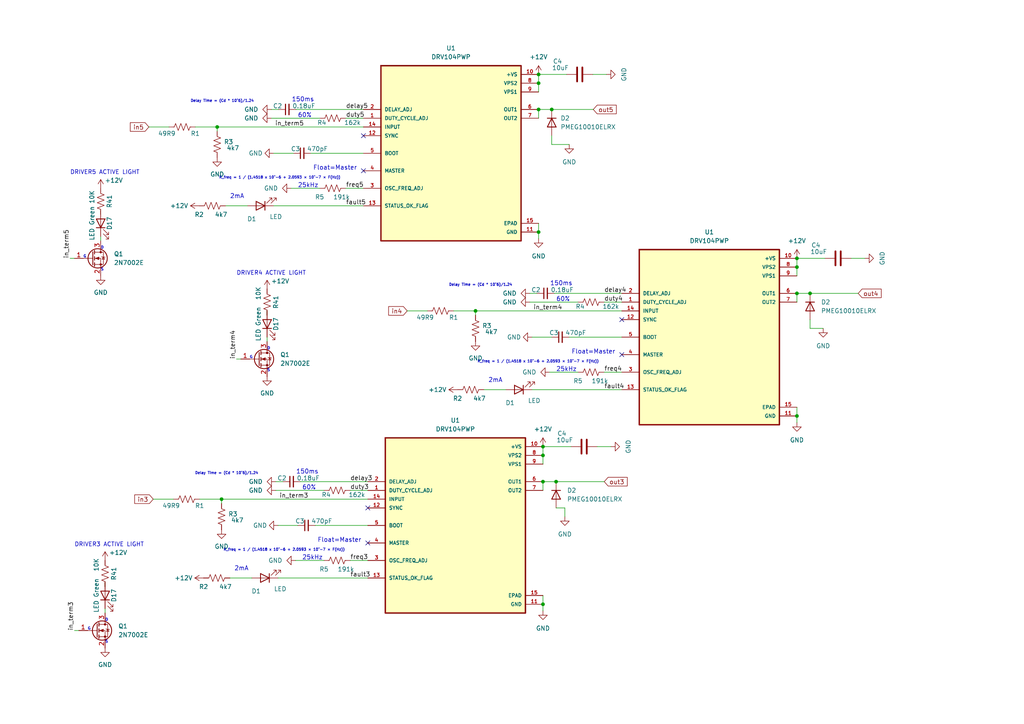
<source format=kicad_sch>
(kicad_sch (version 20230121) (generator eeschema)
  (paper "A4")
  (title_block (title "8 Channel PWM Solenoid Driver") (date "2023-08-16") (rev "1.0") (company "Boston University"))
  (lib_symbols
    (symbol "DRV104PWP:DRV104PWP" (pin_names (offset 1.016))
      (property "Reference" "U" (at -20.32 26.4 0))
      (property "Value" "DRV104PWP" (at -20.32 -29.4 0))
      (symbol "DRV104PWP_0_0"
        (rectangle (start -20.32 -25.4) (end 20.32 25.4) (stroke (width 0.41)) (fill (type background)))
        (pin input line (at -25.4 10.16 0) (length 5.08) (name "DUTY_CYCLE_ADJ") (number "1"))
        (pin power_in line (at 25.4 22.86 180) (length 5.08) (name "+VS") (number "10"))
        (pin power_in line (at 25.4 -22.86 180) (length 5.08) (name "GND") (number "11"))
        (pin input line (at -25.4 5.08 0) (length 5.08) (name "SYNC") (number "12"))
        (pin bidirectional line (at -25.4 -15.24 0) (length 5.08) (name "STATUS_OK_FLAG") (number "13"))
        (pin input line (at -25.4 7.62 0) (length 5.08) (name "INPUT") (number "14"))
        (pin power_in line (at 25.4 -20.32 180) (length 5.08) (name "EPAD") (number "15"))
        (pin input line (at -25.4 12.7 0) (length 5.08) (name "DELAY_ADJ") (number "2"))
        (pin bidirectional line (at -25.4 -10.16 0) (length 5.08) (name "OSC_FREQ_ADJ") (number "3"))
        (pin bidirectional line (at -25.4 -5.08 0) (length 5.08) (name "MASTER") (number "4"))
        (pin bidirectional line (at -25.4 0 0) (length 5.08) (name "BOOT") (number "5"))
        (pin output line (at 25.4 12.7 180) (length 5.08) (name "OUT1") (number "6"))
        (pin output line (at 25.4 10.16 180) (length 5.08) (name "OUT2") (number "7"))
        (pin power_in line (at 25.4 20.32 180) (length 5.08) (name "VPS2") (number "8"))
        (pin power_in line (at 25.4 17.78 180) (length 5.08) (name "VPS1") (number "9"))
      )
    )
    (symbol "Device:C" (pin_numbers hide) (pin_names (offset 0.254))
      (property "Reference" "C" (at 0.635 2.54 0))
      (property "Value" "C" (at 0.635 -2.54 0))
      (symbol "C_0_1"
        (polyline (pts (xy -2.032 -0.762) (xy 2.032 -0.762)) (stroke (width 0.508)))
        (polyline (pts (xy -2.032 0.762) (xy 2.032 0.762)) (stroke (width 0.508)))
      )
      (symbol "C_1_1"
        (pin passive line (at 0 3.81 270) (length 2.794) (name "~") (number "1"))
        (pin passive line (at 0 -3.81 90) (length 2.794) (name "~") (number "2"))
      )
    )
    (symbol "Device:C_Small" (pin_numbers hide) (pin_names (offset 0.254) hide)
      (property "Reference" "C" (at 0.254 1.778 0))
      (property "Value" "C_Small" (at 0.254 -2.032 0))
      (symbol "C_Small_0_1"
        (polyline (pts (xy -1.524 -0.508) (xy 1.524 -0.508)) (stroke (width 0.3302)))
        (polyline (pts (xy -1.524 0.508) (xy 1.524 0.508)) (stroke (width 0.3048)))
      )
      (symbol "C_Small_1_1"
        (pin passive line (at 0 2.54 270) (length 2.032) (name "~") (number "1"))
        (pin passive line (at 0 -2.54 90) (length 2.032) (name "~") (number "2"))
      )
    )
    (symbol "Device:D" (pin_numbers hide) (pin_names (offset 1.016) hide)
      (property "Reference" "D" (at 0 2.54 0))
      (property "Value" "D" (at 0 -2.54 0))
      (symbol "D_0_1"
        (polyline (pts (xy -1.27 1.27) (xy -1.27 -1.27)) (stroke (width 0.254)))
        (polyline (pts (xy 1.27 0) (xy -1.27 0)))
        (polyline (pts (xy 1.27 1.27) (xy 1.27 -1.27) (xy -1.27 0) (xy 1.27 1.27)) (stroke (width 0.254)))
      )
      (symbol "D_1_1"
        (pin passive line (at -3.81 0 0) (length 2.54) (name "K") (number "1"))
        (pin passive line (at 3.81 0 180) (length 2.54) (name "A") (number "2"))
      )
    )
    (symbol "Device:LED" (pin_numbers hide) (pin_names (offset 1.016) hide)
      (property "Reference" "D" (at 0 2.54 0))
      (property "Value" "LED" (at 0 -2.54 0))
      (symbol "LED_0_1"
        (polyline (pts (xy -1.27 -1.27) (xy -1.27 1.27)) (stroke (width 0.254)))
        (polyline (pts (xy -1.27 0) (xy 1.27 0)))
        (polyline (pts (xy 1.27 -1.27) (xy 1.27 1.27) (xy -1.27 0) (xy 1.27 -1.27)) (stroke (width 0.254)))
        (polyline (pts (xy -3.048 -0.762) (xy -4.572 -2.286) (xy -3.81 -2.286) (xy -4.572 -2.286) (xy -4.572 -1.524)))
        (polyline (pts (xy -1.778 -0.762) (xy -3.302 -2.286) (xy -2.54 -2.286) (xy -3.302 -2.286) (xy -3.302 -1.524)))
      )
      (symbol "LED_1_1"
        (pin passive line (at -3.81 0 0) (length 2.54) (name "K") (number "1"))
        (pin passive line (at 3.81 0 180) (length 2.54) (name "A") (number "2"))
      )
    )
    (symbol "Device:R_US" (pin_numbers hide) (pin_names (offset 0))
      (property "Reference" "R" (at 2.54 0 90))
      (property "Value" "R_US" (at -2.54 0 90))
      (symbol "R_US_0_1"
        (polyline (pts (xy 0 -2.286) (xy 0 -2.54)))
        (polyline (pts (xy 0 2.286) (xy 0 2.54)))
        (polyline (pts (xy 0 -0.762) (xy 1.016 -1.143) (xy 0 -1.524) (xy -1.016 -1.905) (xy 0 -2.286)))
        (polyline (pts (xy 0 0.762) (xy 1.016 0.381) (xy 0 0) (xy -1.016 -0.381) (xy 0 -0.762)))
        (polyline (pts (xy 0 2.286) (xy 1.016 1.905) (xy 0 1.524) (xy -1.016 1.143) (xy 0 0.762)))
      )
      (symbol "R_US_1_1"
        (pin passive line (at 0 3.81 270) (length 1.27) (name "~") (number "1"))
        (pin passive line (at 0 -3.81 90) (length 1.27) (name "~") (number "2"))
      )
    )
    (symbol "Transistor_FET:2N7002E" (pin_names hide)
      (property "Reference" "Q" (at 5.08 1.905 0))
      (property "Value" "2N7002E" (at 5.08 0 0))
      (symbol "2N7002E_0_1"
        (polyline (pts (xy 0.254 0) (xy -2.54 0)))
        (polyline (pts (xy 0.254 1.905) (xy 0.254 -1.905)) (stroke (width 0.254)))
        (polyline (pts (xy 0.762 -1.27) (xy 0.762 -2.286)) (stroke (width 0.254)))
        (polyline (pts (xy 0.762 0.508) (xy 0.762 -0.508)) (stroke (width 0.254)))
        (polyline (pts (xy 0.762 2.286) (xy 0.762 1.27)) (stroke (width 0.254)))
        (polyline (pts (xy 2.54 2.54) (xy 2.54 1.778)))
        (polyline (pts (xy 2.54 -2.54) (xy 2.54 0) (xy 0.762 0)))
        (polyline (pts (xy 0.762 -1.778) (xy 3.302 -1.778) (xy 3.302 1.778) (xy 0.762 1.778)))
        (polyline (pts (xy 1.016 0) (xy 2.032 0.381) (xy 2.032 -0.381) (xy 1.016 0)) (fill (type outline)))
        (polyline (pts (xy 2.794 0.508) (xy 2.921 0.381) (xy 3.683 0.381) (xy 3.81 0.254)))
        (polyline (pts (xy 3.302 0.381) (xy 2.921 -0.254) (xy 3.683 -0.254) (xy 3.302 0.381)))
        (circle (center 1.651 0) (radius 2.794) (stroke (width 0.254)))
        (circle (center 2.54 -1.778) (radius 0.254) (fill (type outline)))
        (circle (center 2.54 1.778) (radius 0.254) (fill (type outline)))
      )
      (symbol "2N7002E_1_1"
        (pin input line (at -5.08 0 0) (length 2.54) (name "G") (number "1"))
        (pin passive line (at 2.54 -5.08 90) (length 2.54) (name "S") (number "2"))
        (pin passive line (at 2.54 5.08 270) (length 2.54) (name "D") (number "3"))
      )
    )
    (symbol "power:+12V" (power) (pin_names (offset 0))
      (property "Value" "+12V" (at 0 3.556 0))
      (symbol "+12V_0_1"
        (polyline (pts (xy -0.762 1.27) (xy 0 2.54)))
        (polyline (pts (xy 0 0) (xy 0 2.54)))
        (polyline (pts (xy 0 2.54) (xy 0.762 1.27)))
      )
      (symbol "+12V_1_1"
        (pin power_in line (at 0 0 90) (length 0) hide (name "+12V") (number "1"))
      )
    )
    (symbol "power:GND" (power) (pin_names (offset 0))
      (property "Value" "GND" (at 0 -3.81 0))
      (symbol "GND_0_1"
        (polyline (pts (xy 0 0) (xy 0 -1.27) (xy 1.27 -1.27) (xy 0 -2.54) (xy -1.27 -1.27) (xy 0 -1.27)))
      )
      (symbol "GND_1_1"
        (pin power_in line (at 0 0 270) (length 0) hide (name "GND") (number "1"))
      )
    )
  )
  (junction (at 231.14 74.93))
  (junction (at 160.02 31.75))
  (junction (at 156.21 24.13))
  (junction (at 156.21 67.31))
  (junction (at 157.48 175.26))
  (junction (at 62.992 36.83))
  (junction (at 234.95 85.09))
  (junction (at 231.14 120.65))
  (junction (at 157.48 139.7))
  (junction (at 137.922 90.17))
  (junction (at 157.48 129.54))
  (junction (at 156.21 21.59))
  (junction (at 161.29 139.7))
  (junction (at 231.14 77.47))
  (junction (at 157.48 132.08))
  (junction (at 156.21 31.75))
  (junction (at 64.262 144.78))
  (junction (at 231.14 85.09))
  (no_connect (at 180.34 92.71))
  (no_connect (at 180.34 102.87))
  (no_connect (at 105.41 39.37))
  (no_connect (at 106.68 147.32))
  (no_connect (at 106.68 157.48))
  (no_connect (at 105.41 49.53))
  (wire (pts (xy 231.14 85.09) (xy 231.14 87.63)))
  (wire (pts (xy 85.852 31.75) (xy 105.41 31.75)))
  (wire (pts (xy 157.48 139.7) (xy 161.29 139.7)))
  (wire (pts (xy 64.262 144.78) (xy 64.262 146.05)))
  (wire (pts (xy 160.782 85.09) (xy 180.34 85.09)))
  (wire (pts (xy 157.48 139.7) (xy 157.48 142.24)))
  (wire (pts (xy 85.725 162.56) (xy 93.98 162.56)))
  (wire (pts (xy 157.48 129.54) (xy 157.48 132.08)))
  (wire (pts (xy 80.772 31.75) (xy 78.74 31.75)))
  (wire (pts (xy 85.09 44.45) (xy 79.375 44.45)))
  (wire (pts (xy 164.338 21.59) (xy 156.21 21.59)))
  (wire (pts (xy 156.21 21.59) (xy 156.21 24.13)))
  (wire (pts (xy 175.26 107.95) (xy 180.34 107.95)))
  (wire (pts (xy 231.14 85.09) (xy 234.95 85.09)))
  (wire (pts (xy 118.11 90.17) (xy 123.952 90.17)))
  (wire (pts (xy 165.608 129.54) (xy 157.48 129.54)))
  (wire (pts (xy 231.14 74.93) (xy 231.14 77.47)))
  (wire (pts (xy 87.122 139.7) (xy 106.68 139.7)))
  (wire (pts (xy 56.642 36.83) (xy 62.992 36.83)))
  (wire (pts (xy 30.48 170.18) (xy 30.48 168.91)))
  (wire (pts (xy 68.58 104.14) (xy 69.85 104.14)))
  (wire (pts (xy 101.6 162.56) (xy 106.68 162.56)))
  (wire (pts (xy 91.44 152.4) (xy 106.68 152.4)))
  (wire (pts (xy 65.405 59.69) (xy 71.755 59.69)))
  (wire (pts (xy 231.14 120.65) (xy 231.14 122.555)))
  (wire (pts (xy 90.17 44.45) (xy 105.41 44.45)))
  (wire (pts (xy 157.48 172.72) (xy 157.48 175.26)))
  (wire (pts (xy 43.18 36.83) (xy 49.022 36.83)))
  (wire (pts (xy 86.36 152.4) (xy 80.645 152.4)))
  (wire (pts (xy 154.305 113.03) (xy 180.34 113.03)))
  (wire (pts (xy 137.922 90.17) (xy 180.34 90.17)))
  (wire (pts (xy 160.02 97.79) (xy 154.305 97.79)))
  (wire (pts (xy 234.95 85.09) (xy 248.92 85.09)))
  (wire (pts (xy 140.335 113.03) (xy 146.685 113.03)))
  (wire (pts (xy 157.48 132.08) (xy 157.48 134.62)))
  (wire (pts (xy 44.45 144.78) (xy 50.292 144.78)))
  (wire (pts (xy 131.572 90.17) (xy 137.922 90.17)))
  (wire (pts (xy 173.228 129.54) (xy 177.165 129.54)))
  (wire (pts (xy 175.26 87.63) (xy 180.34 87.63)))
  (wire (pts (xy 156.21 67.31) (xy 156.21 69.215)))
  (wire (pts (xy 153.67 87.63) (xy 167.64 87.63)))
  (wire (pts (xy 29.21 68.58) (xy 29.21 69.85)))
  (wire (pts (xy 171.958 21.59) (xy 175.895 21.59)))
  (wire (pts (xy 62.992 36.83) (xy 105.41 36.83)))
  (wire (pts (xy 157.48 175.26) (xy 157.48 177.165)))
  (wire (pts (xy 64.262 144.78) (xy 106.68 144.78)))
  (wire (pts (xy 156.21 31.75) (xy 156.21 34.29)))
  (wire (pts (xy 156.21 24.13) (xy 156.21 26.67)))
  (wire (pts (xy 231.14 118.11) (xy 231.14 120.65)))
  (wire (pts (xy 137.922 90.17) (xy 137.922 91.44)))
  (wire (pts (xy 231.14 77.47) (xy 231.14 80.01)))
  (wire (pts (xy 29.21 62.23) (xy 29.21 60.96)))
  (wire (pts (xy 159.385 107.95) (xy 167.64 107.95)))
  (wire (pts (xy 161.29 147.32) (xy 163.83 147.32)))
  (wire (pts (xy 165.1 41.91) (xy 160.02 41.91)))
  (wire (pts (xy 66.675 167.64) (xy 73.025 167.64)))
  (wire (pts (xy 234.95 92.71) (xy 234.95 95.25)))
  (wire (pts (xy 79.375 59.69) (xy 105.41 59.69)))
  (wire (pts (xy 234.95 95.25) (xy 238.76 95.25)))
  (wire (pts (xy 161.29 139.7) (xy 175.26 139.7)))
  (wire (pts (xy 100.33 34.29) (xy 105.41 34.29)))
  (wire (pts (xy 80.645 167.64) (xy 106.68 167.64)))
  (wire (pts (xy 84.455 54.61) (xy 92.71 54.61)))
  (wire (pts (xy 165.1 97.79) (xy 180.34 97.79)))
  (wire (pts (xy 21.59 182.88) (xy 22.86 182.88)))
  (wire (pts (xy 156.21 64.77) (xy 156.21 67.31)))
  (wire (pts (xy 20.32 74.93) (xy 21.59 74.93)))
  (wire (pts (xy 82.042 139.7) (xy 80.01 139.7)))
  (wire (pts (xy 160.02 31.75) (xy 172.085 31.75)))
  (wire (pts (xy 80.01 142.24) (xy 93.98 142.24)))
  (wire (pts (xy 100.33 54.61) (xy 105.41 54.61)))
  (wire (pts (xy 156.21 31.75) (xy 160.02 31.75)))
  (wire (pts (xy 239.268 74.93) (xy 231.14 74.93)))
  (wire (pts (xy 57.912 144.78) (xy 64.262 144.78)))
  (wire (pts (xy 30.48 176.53) (xy 30.48 177.8)))
  (wire (pts (xy 163.83 147.32) (xy 163.83 149.86)))
  (wire (pts (xy 101.6 142.24) (xy 106.68 142.24)))
  (wire (pts (xy 160.02 41.91) (xy 160.02 39.37)))
  (wire (pts (xy 78.74 34.29) (xy 92.71 34.29)))
  (wire (pts (xy 77.47 97.79) (xy 77.47 99.06)))
  (wire (pts (xy 155.702 85.09) (xy 153.67 85.09)))
  (wire (pts (xy 62.992 36.83) (xy 62.992 38.1)))
  (wire (pts (xy 246.888 74.93) (xy 250.825 74.93)))
  (wire (pts (xy 77.47 91.44) (xy 77.47 90.17)))
  (text "25kHz" (at 86.36 54.61 0) (effects (font (size 1.27 1.27)) (justify left bottom)))
  (text "150ms" (at 85.852 137.668 0) (effects (font (size 1.27 1.27)) (justify left bottom)))
  (text "S" (at 29.21 78.74 0) (effects (font (size 0.75 0.75)) (justify left bottom)))
  (text "25kHz" (at 87.63 162.56 0) (effects (font (size 1.27 1.27)) (justify left bottom)))
  (text "2mA" (at 67.945 165.735 0) (effects (font (size 1.27 1.27)) (justify left bottom)))
  (text "G" (at 72.39 104.14 0) (effects (font (size 0.75 0.75)) (justify left bottom)))
  (text "G" (at 24.13 74.93 0) (effects (font (size 0.75 0.75)) (justify left bottom)))
  (text "G" (at 25.4 182.88 0) (effects (font (size 0.75 0.75)) (justify left bottom)))
  (text "D" (at 77.47 101.6 0) (effects (font (size 0.75 0.75)) (justify left bottom)))
  (text "2mA" (at 66.675 57.785 0) (effects (font (size 1.27 1.27)) (justify left bottom)))
  (text "Float=Master" (at 90.805 49.53 0) (effects (font (size 1.27 1.27)) (justify left bottom)))
  (text "S" (at 30.48 186.69 0) (effects (font (size 0.75 0.75)) (justify left bottom)))
  (text "D" (at 29.21 72.39 0) (effects (font (size 0.75 0.75)) (justify left bottom)))
  (text "60%" (at 86.36 34.29 0) (effects (font (size 1.27 1.27)) (justify left bottom)))
  (text "60%" (at 87.63 142.24 0) (effects (font (size 1.27 1.27)) (justify left bottom)))
  (text "60%" (at 161.29 87.63 0) (effects (font (size 1.27 1.27)) (justify left bottom)))
  (text "Delay Time = (Cd * 10^6)/1.24" (at 55.245 29.845 0) (effects (font (size 0.75 0.75)) (justify left bottom)))
  (text "Float=Master" (at 165.735 102.87 0) (effects (font (size 1.27 1.27)) (justify left bottom)))
  (text "R_freq = 1 / (1.4518 x 10^−6 + 2.0593 × 10^−7 × F(Hz))" (at 138.43 105.41 0) (effects (font (size 0.75 0.75)) (justify left bottom)))
  (text "Delay Time = (Cd * 10^6)/1.24" (at 130.175 83.185 0) (effects (font (size 0.75 0.75)) (justify left bottom)))
  (text "150ms" (at 84.582 29.718 0) (effects (font (size 1.27 1.27)) (justify left bottom)))
  (text "DRIVER4 ACTIVE LIGHT" (at 68.58 80.01 0) (effects (font (size 1.2 1.2)) (justify left bottom)))
  (text "DRIVER5 ACTIVE LIGHT" (at 20.32 50.8 0) (effects (font (size 1.2 1.2)) (justify left bottom)))
  (text "D" (at 30.48 180.34 0) (effects (font (size 0.75 0.75)) (justify left bottom)))
  (text "2mA" (at 141.605 111.125 0) (effects (font (size 1.27 1.27)) (justify left bottom)))
  (text "R_freq = 1 / (1.4518 x 10^−6 + 2.0593 × 10^−7 × F(Hz))" (at 64.77 160.02 0) (effects (font (size 0.75 0.75)) (justify left bottom)))
  (text "S" (at 77.47 107.95 0) (effects (font (size 0.75 0.75)) (justify left bottom)))
  (text "25kHz" (at 161.29 107.95 0) (effects (font (size 1.27 1.27)) (justify left bottom)))
  (text "R_freq = 1 / (1.4518 x 10^−6 + 2.0593 × 10^−7 × F(Hz))" (at 63.5 52.07 0) (effects (font (size 0.75 0.75)) (justify left bottom)))
  (text "Delay Time = (Cd * 10^6)/1.24" (at 56.515 137.795 0) (effects (font (size 0.75 0.75)) (justify left bottom)))
  (text "Float=Master" (at 92.075 157.48 0) (effects (font (size 1.27 1.27)) (justify left bottom)))
  (text "DRIVER3 ACTIVE LIGHT" (at 21.59 158.75 0) (effects (font (size 1.2 1.2)) (justify left bottom)))
  (text "150ms" (at 159.512 83.058 0) (effects (font (size 1.27 1.27)) (justify left bottom)))
  (label "delay5" (at 100.33 31.75 0))
  (label "duty5" (at 100.33 34.29 0))
  (label "freq5" (at 100.33 54.61 0))
  (label "duty4" (at 175.26 87.63 0))
  (label "in_term5" (at 79.756 36.83 0))
  (label "in_term3" (at 21.59 182.88 90))
  (label "delay3" (at 101.6 139.7 0))
  (label "duty3" (at 101.6 142.24 0))
  (label "fault4" (at 175.26 113.03 0))
  (label "delay4" (at 175.26 85.09 0))
  (label "freq4" (at 175.26 107.95 0))
  (label "fault5" (at 100.33 59.69 0))
  (label "in_term3" (at 81.026 144.78 0))
  (label "freq3" (at 101.6 162.56 0))
  (label "in_term5" (at 20.32 74.93 90))
  (label "fault3" (at 101.6 167.64 0))
  (label "in_term4" (at 154.686 90.17 0))
  (label "in_term4" (at 68.58 104.14 90))
  (global_label "in5" (shape input) (at 43.18 36.83 180) (property "Intersheetrefs" "${INTERSHEET_REFS}" (effects hide)))
  (global_label "in3" (shape input) (at 44.45 144.78 180) (property "Intersheetrefs" "${INTERSHEET_REFS}" (effects hide)))
  (global_label "out5" (shape input) (at 172.085 31.75 0) (property "Intersheetrefs" "${INTERSHEET_REFS}" (effects hide)))
  (global_label "out4" (shape input) (at 248.92 85.09 0) (property "Intersheetrefs" "${INTERSHEET_REFS}" (effects hide)))
  (global_label "in4" (shape input) (at 118.11 90.17 180) (property "Intersheetrefs" "${INTERSHEET_REFS}" (effects hide)))
  (global_label "out3" (shape input) (at 175.26 139.7 0) (property "Intersheetrefs" "${INTERSHEET_REFS}" (effects hide)))
  (symbol (lib_id "power:GND") (at 78.74 31.75 270) (unit 1)
    (property "Reference" "#PWR07" (effects hide))
    (property "Value" "GND" (at 74.93 31.75 90) (effects (justify right)))
    (instances (project "8ch-driver-v1.1" (path "" (reference "#PWR07") (unit 1)) (path "" (reference "#PWR051") (unit 1))) (project "driver-v0" (path "" (reference "#PWR08") (unit 1))))
  )
  (symbol (lib_id "Device:R_US") (at 136.525 113.03 90) (unit 1)
    (property "Reference" "R2" (at 132.715 115.57 90))
    (property "Value" "4k7" (at 139.065 115.57 90))
    (property "Footprint" "Resistor_SMD:R_1206_3216Metric" (effects hide))
    (property "PartNum" "RC0805JR-074K7L" (effects hide))
    (property "Mfg" "Yageo" (effects hide))
    (instances (project "8ch-driver-v1.1" (path "" (reference "R2") (unit 1)) (path "" (reference "R17") (unit 1))) (project "driver-v0" (path "" (reference "R4") (unit 1))))
  )
  (symbol (lib_id "Device:R_US") (at 171.45 87.63 90) (unit 1)
    (property "Reference" "R4" (at 168.275 88.9 90))
    (property "Value" "162k" (at 177.165 88.9 90))
    (property "Footprint" "Resistor_SMD:R_1206_3216Metric" (effects hide))
    (property "PartNum" "RC0805FR-07162KL" (effects hide))
    (property "Mfg" "Yageo" (effects hide))
    (instances (project "8ch-driver-v1.1" (path "" (reference "R4") (unit 1)) (path "" (reference "R19") (unit 1))) (project "driver-v0" (path "" (reference "R3") (unit 1))))
  )
  (symbol (lib_id "power:GND") (at 177.165 129.54 90) (unit 1)
    (property "Reference" "#PWR014" (effects hide))
    (property "Value" "GND" (at 182.245 129.54 0))
    (instances (project "8ch-driver-v1.1" (path "" (reference "#PWR014") (unit 1)) (path "" (reference "#PWR036") (unit 1))) (project "driver-v0" (path "" (reference "#PWR012") (unit 1))))
  )
  (symbol (lib_id "Device:C_Small") (at 88.9 152.4 90) (unit 1)
    (property "Reference" "C3" (at 86.995 151.13 90))
    (property "Value" "470pF" (at 93.345 151.13 90))
    (property "Footprint" "Capacitor_SMD:C_1206_3216Metric" (effects hide))
    (property "PartNum" "C0805C471K5RAC7800" (effects hide))
    (property "Mfg" "Kemet" (effects hide))
    (instances (project "8ch-driver-v1.1" (path "" (reference "C3") (unit 1)) (path "" (reference "C9") (unit 1))) (project "driver-v0" (path "" (reference "C5") (unit 1))))
  )
  (symbol (lib_id "power:GND") (at 85.725 162.56 270) (unit 1)
    (property "Reference" "#PWR010" (effects hide))
    (property "Value" "GND" (at 81.915 162.56 90) (effects (justify right)))
    (instances (project "8ch-driver-v1.1" (path "" (reference "#PWR010") (unit 1)) (path "" (reference "#PWR032") (unit 1))) (project "driver-v0" (path "" (reference "#PWR06") (unit 1))))
  )
  (symbol (lib_id "Device:R_US") (at 171.45 107.95 90) (unit 1)
    (property "Reference" "R5" (at 167.64 110.49 90))
    (property "Value" "191k" (at 173.99 110.49 90))
    (property "Footprint" "Resistor_SMD:R_1206_3216Metric" (effects hide))
    (property "PartNum" "RC0805FR-07191KL" (effects hide))
    (property "Mfg" "Yageo" (effects hide))
    (instances (project "8ch-driver-v1.1" (path "" (reference "R5") (unit 1)) (path "" (reference "R20") (unit 1))) (project "driver-v0" (path "" (reference "R2") (unit 1))))
  )
  (symbol (lib_id "DRV104PWP:DRV104PWP") (at 130.81 44.45 0) (unit 1)
    (property "Reference" "U1" (at 130.81 13.97 0))
    (property "Value" "DRV104PWP" (at 130.81 16.51 0))
    (property "Footprint" "Solenoid_Driver:IC_TPS27S100BPWPR" (effects hide))
    (property "PartNum" "DRV104PWP" (effects hide))
    (property "Mfg" "TI" (effects hide))
    (instances (project "8ch-driver-v1.1" (path "" (reference "U1") (unit 1)) (path "" (reference "U5") (unit 1))) (project "driver-v0" (path "" (reference "U1") (unit 1))))
  )
  (symbol (lib_id "Device:D") (at 161.29 143.51 270) (unit 1)
    (property "Reference" "D2" (at 164.465 142.24 90) (effects (justify left)))
    (property "Value" "PMEG10010ELRX" (at 164.465 144.78 90) (effects (justify left)))
    (property "Footprint" "Diode_SMD:Nexperia_CFP3_SOD-123W" (effects hide))
    (property "Sim.Device" "D" (effects hide))
    (property "Sim.Pins" "1=K 2=A" (effects hide))
    (property "PartNum" "PMEG10010ELRX" (effects hide))
    (property "Mfg" "Nexperia" (effects hide))
    (instances (project "8ch-driver-v1.1" (path "" (reference "D2") (unit 1)) (path "" (reference "D6") (unit 1))) (project "driver-v0" (path "" (reference "D2") (unit 1))))
  )
  (symbol (lib_id "power:+12V") (at 156.21 21.59 0) (unit 1)
    (property "Reference" "#PWR011" (effects hide))
    (property "Value" "+12V" (at 156.21 16.51 0))
    (instances (project "8ch-driver-v1.1" (path "" (reference "#PWR011") (unit 1)) (path "" (reference "#PWR055") (unit 1))) (project "driver-v0" (path "" (reference "#PWR05") (unit 1))))
  )
  (symbol (lib_id "power:GND") (at 238.76 95.25 0) (unit 1)
    (property "Reference" "#PWR013" (effects hide))
    (property "Value" "GND" (at 238.76 100.33 0))
    (instances (project "8ch-driver-v1.1" (path "" (reference "#PWR013") (unit 1)) (path "" (reference "#PWR046") (unit 1))) (project "driver-v0" (path "" (reference "#PWR02") (unit 1))))
  )
  (symbol (lib_id "Device:C") (at 169.418 129.54 90) (unit 1)
    (property "Reference" "C4" (at 164.338 125.73 90) (effects (justify left)))
    (property "Value" "10uF" (at 166.243 127.635 90) (effects (justify left)))
    (property "Footprint" "Capacitor_SMD:C_1210_3225Metric" (effects hide))
    (property "PartNum" "CL32A106KLULNNE" (effects hide))
    (property "Mfg" "Samsung Electro-Mechanics" (effects hide))
    (instances (project "8ch-driver-v1.1" (path "" (reference "C4") (unit 1)) (path "" (reference "C10") (unit 1))) (project "driver-v0" (path "" (reference "C3") (unit 1))))
  )
  (symbol (lib_id "power:GND") (at 78.74 34.29 270) (unit 1)
    (property "Reference" "#PWR08" (effects hide))
    (property "Value" "GND" (at 74.93 34.29 90) (effects (justify right)))
    (instances (project "8ch-driver-v1.1" (path "" (reference "#PWR08") (unit 1)) (path "" (reference "#PWR052") (unit 1))) (project "driver-v0" (path "" (reference "#PWR07") (unit 1))))
  )
  (symbol (lib_id "Device:LED") (at 29.21 64.77 90) (unit 1)
    (property "Reference" "D17" (at 31.75 64.77 0))
    (property "Value" "LED Green" (at 26.67 64.77 0))
    (property "Footprint" "LED_SMD:LED_0805_2012Metric" (effects hide))
    (property "PartNum" "150080RS75000" (effects hide))
    (property "Mfg" "Wurth" (effects hide))
    (instances (project "8ch-driver-v1.1" (path "" (reference "D17") (unit 1)) (path "" (reference "D19") (unit 1))) (project "driver-v0" (path "" (reference "D1") (unit 1))))
  )
  (symbol (lib_id "Device:R_US") (at 97.79 162.56 90) (unit 1)
    (property "Reference" "R5" (at 93.98 165.1 90))
    (property "Value" "191k" (at 100.33 165.1 90))
    (property "Footprint" "Resistor_SMD:R_1206_3216Metric" (effects hide))
    (property "PartNum" "RC0805FR-07191KL" (effects hide))
    (property "Mfg" "Yageo" (effects hide))
    (instances (project "8ch-driver-v1.1" (path "" (reference "R5") (unit 1)) (path "" (reference "R15") (unit 1))) (project "driver-v0" (path "" (reference "R2") (unit 1))))
  )
  (symbol (lib_id "power:GND") (at 153.67 87.63 270) (unit 1)
    (property "Reference" "#PWR08" (effects hide))
    (property "Value" "GND" (at 149.86 87.63 90) (effects (justify right)))
    (instances (project "8ch-driver-v1.1" (path "" (reference "#PWR08") (unit 1)) (path "" (reference "#PWR041") (unit 1))) (project "driver-v0" (path "" (reference "#PWR07") (unit 1))))
  )
  (symbol (lib_id "power:GND") (at 231.14 122.555 0) (unit 1)
    (property "Reference" "#PWR012" (effects hide))
    (property "Value" "GND" (at 231.14 127.635 0))
    (instances (project "8ch-driver-v1.1" (path "" (reference "#PWR012") (unit 1)) (path "" (reference "#PWR045") (unit 1))) (project "driver-v0" (path "" (reference "#PWR011") (unit 1))))
  )
  (symbol (lib_id "power:GND") (at 165.1 41.91 0) (unit 1)
    (property "Reference" "#PWR013" (effects hide))
    (property "Value" "GND" (at 165.1 46.99 0))
    (instances (project "8ch-driver-v1.1" (path "" (reference "#PWR013") (unit 1)) (path "" (reference "#PWR057") (unit 1))) (project "driver-v0" (path "" (reference "#PWR02") (unit 1))))
  )
  (symbol (lib_id "power:+12V") (at 29.21 54.61 0) (unit 1)
    (property "Reference" "#PWR092" (effects hide))
    (property "Value" "+12V" (at 33.02 52.324 0))
    (instances (project "8ch-driver-v1.1" (path "" (reference "#PWR092") (unit 1)) (path "" (reference "#PWR096") (unit 1))) (project "driver-v0" (path "" (reference "#PWR04") (unit 1))))
  )
  (symbol (lib_id "power:GND") (at 157.48 177.165 0) (unit 1)
    (property "Reference" "#PWR012" (effects hide))
    (property "Value" "GND" (at 157.48 182.245 0))
    (instances (project "8ch-driver-v1.1" (path "" (reference "#PWR012") (unit 1)) (path "" (reference "#PWR034") (unit 1))) (project "driver-v0" (path "" (reference "#PWR011") (unit 1))))
  )
  (symbol (lib_id "Device:C") (at 168.148 21.59 90) (unit 1)
    (property "Reference" "C4" (at 163.068 17.78 90) (effects (justify left)))
    (property "Value" "10uF" (at 164.973 19.685 90) (effects (justify left)))
    (property "Footprint" "Capacitor_SMD:C_1210_3225Metric" (effects hide))
    (property "PartNum" "CL32A106KLULNNE" (effects hide))
    (property "Mfg" "Samsung Electro-Mechanics" (effects hide))
    (instances (project "8ch-driver-v1.1" (path "" (reference "C4") (unit 1)) (path "" (reference "C16") (unit 1))) (project "driver-v0" (path "" (reference "C3") (unit 1))))
  )
  (symbol (lib_id "power:+12V") (at 157.48 129.54 0) (unit 1)
    (property "Reference" "#PWR011" (effects hide))
    (property "Value" "+12V" (at 157.48 124.46 0))
    (instances (project "8ch-driver-v1.1" (path "" (reference "#PWR011") (unit 1)) (path "" (reference "#PWR033") (unit 1))) (project "driver-v0" (path "" (reference "#PWR05") (unit 1))))
  )
  (symbol (lib_id "power:GND") (at 156.21 69.215 0) (unit 1)
    (property "Reference" "#PWR012" (effects hide))
    (property "Value" "GND" (at 156.21 74.295 0))
    (instances (project "8ch-driver-v1.1" (path "" (reference "#PWR012") (unit 1)) (path "" (reference "#PWR056") (unit 1))) (project "driver-v0" (path "" (reference "#PWR011") (unit 1))))
  )
  (symbol (lib_id "power:+12V") (at 59.055 167.64 90) (unit 1)
    (property "Reference" "#PWR05" (effects hide))
    (property "Value" "+12V" (at 55.88 167.64 90) (effects (justify left)))
    (instances (project "8ch-driver-v1.1" (path "" (reference "#PWR05") (unit 1)) (path "" (reference "#PWR027") (unit 1))) (project "driver-v0" (path "" (reference "#PWR010") (unit 1))))
  )
  (symbol (lib_id "Device:R_US") (at 97.79 142.24 90) (unit 1)
    (property "Reference" "R4" (at 94.615 143.51 90))
    (property "Value" "162k" (at 103.505 143.51 90))
    (property "Footprint" "Resistor_SMD:R_1206_3216Metric" (effects hide))
    (property "PartNum" "RC0805FR-07162KL" (effects hide))
    (property "Mfg" "Yageo" (effects hide))
    (instances (project "8ch-driver-v1.1" (path "" (reference "R4") (unit 1)) (path "" (reference "R14") (unit 1))) (project "driver-v0" (path "" (reference "R3") (unit 1))))
  )
  (symbol (lib_id "power:GND") (at 80.01 142.24 270) (unit 1)
    (property "Reference" "#PWR08" (effects hide))
    (property "Value" "GND" (at 76.2 142.24 90) (effects (justify right)))
    (instances (project "8ch-driver-v1.1" (path "" (reference "#PWR08") (unit 1)) (path "" (reference "#PWR030") (unit 1))) (project "driver-v0" (path "" (reference "#PWR07") (unit 1))))
  )
  (symbol (lib_id "Device:LED") (at 75.565 59.69 180) (unit 1)
    (property "Reference" "D1" (at 73.025 63.5 0))
    (property "Value" "LED" (at 80.01 62.865 0))
    (property "Footprint" "LED_SMD:LED_0805_2012Metric" (effects hide))
    (property "PartNum" "150080RS75000" (effects hide))
    (property "Mfg" "Wurth" (effects hide))
    (instances (project "8ch-driver-v1.1" (path "" (reference "D1") (unit 1)) (path "" (reference "D9") (unit 1))) (project "driver-v0" (path "" (reference "D1") (unit 1))))
  )
  (symbol (lib_id "power:GND") (at 175.895 21.59 90) (unit 1)
    (property "Reference" "#PWR014" (effects hide))
    (property "Value" "GND" (at 180.975 21.59 0))
    (instances (project "8ch-driver-v1.1" (path "" (reference "#PWR014") (unit 1)) (path "" (reference "#PWR058") (unit 1))) (project "driver-v0" (path "" (reference "#PWR012") (unit 1))))
  )
  (symbol (lib_id "DRV104PWP:DRV104PWP") (at 205.74 97.79 0) (unit 1)
    (property "Reference" "U1" (at 205.74 67.31 0))
    (property "Value" "DRV104PWP" (at 205.74 69.85 0))
    (property "Footprint" "Solenoid_Driver:IC_TPS27S100BPWPR" (effects hide))
    (property "PartNum" "DRV104PWP" (effects hide))
    (property "Mfg" "TI" (effects hide))
    (instances (project "8ch-driver-v1.1" (path "" (reference "U1") (unit 1)) (path "" (reference "U4") (unit 1))) (project "driver-v0" (path "" (reference "U1") (unit 1))))
  )
  (symbol (lib_id "power:GND") (at 153.67 85.09 270) (unit 1)
    (property "Reference" "#PWR07" (effects hide))
    (property "Value" "GND" (at 149.86 85.09 90) (effects (justify right)))
    (instances (project "8ch-driver-v1.1" (path "" (reference "#PWR07") (unit 1)) (path "" (reference "#PWR040") (unit 1))) (project "driver-v0" (path "" (reference "#PWR08") (unit 1))))
  )
  (symbol (lib_id "Device:R_US") (at 62.865 167.64 90) (unit 1)
    (property "Reference" "R2" (at 59.055 170.18 90))
    (property "Value" "4k7" (at 65.405 170.18 90))
    (property "Footprint" "Resistor_SMD:R_1206_3216Metric" (effects hide))
    (property "PartNum" "RC0805JR-074K7L" (effects hide))
    (property "Mfg" "Yageo" (effects hide))
    (instances (project "8ch-driver-v1.1" (path "" (reference "R2") (unit 1)) (path "" (reference "R12") (unit 1))) (project "driver-v0" (path "" (reference "R4") (unit 1))))
  )
  (symbol (lib_id "Device:R_US") (at 61.595 59.69 90) (unit 1)
    (property "Reference" "R2" (at 57.785 62.23 90))
    (property "Value" "4k7" (at 64.135 62.23 90))
    (property "Footprint" "Resistor_SMD:R_1206_3216Metric" (effects hide))
    (property "PartNum" "RC0805JR-074K7L" (effects hide))
    (property "Mfg" "Yageo" (effects hide))
    (instances (project "8ch-driver-v1.1" (path "" (reference "R2") (unit 1)) (path "" (reference "R22") (unit 1))) (project "driver-v0" (path "" (reference "R4") (unit 1))))
  )
  (symbol (lib_id "power:GND") (at 137.922 99.06 0) (unit 1)
    (property "Reference" "#PWR06" (effects hide))
    (property "Value" "GND" (at 137.922 103.886 0))
    (instances (project "8ch-driver-v1.1" (path "" (reference "#PWR06") (unit 1)) (path "" (reference "#PWR039") (unit 1))) (project "driver-v0" (path "" (reference "#PWR014") (unit 1))))
  )
  (symbol (lib_id "Device:R_US") (at 64.262 149.86 180) (unit 1)
    (property "Reference" "R3" (at 67.564 149.098 0))
    (property "Value" "4k7" (at 68.834 150.876 0))
    (property "Footprint" "Resistor_SMD:R_1206_3216Metric" (effects hide))
    (property "PartNum" "RC0805JR-074K7L" (effects hide))
    (property "Mfg" "Yageo" (effects hide))
    (instances (project "8ch-driver-v1.1" (path "" (reference "R3") (unit 1)) (path "" (reference "R13") (unit 1))) (project "driver-v0" (path "" (reference "R5") (unit 1))))
  )
  (symbol (lib_id "power:GND") (at 154.305 97.79 270) (unit 1)
    (property "Reference" "#PWR09" (effects hide))
    (property "Value" "GND" (at 151.13 97.79 90) (effects (justify right)))
    (instances (project "8ch-driver-v1.1" (path "" (reference "#PWR09") (unit 1)) (path "" (reference "#PWR042") (unit 1))) (project "driver-v0" (path "" (reference "#PWR09") (unit 1))))
  )
  (symbol (lib_id "power:+12V") (at 132.715 113.03 90) (unit 1)
    (property "Reference" "#PWR05" (effects hide))
    (property "Value" "+12V" (at 129.54 113.03 90) (effects (justify left)))
    (instances (project "8ch-driver-v1.1" (path "" (reference "#PWR05") (unit 1)) (path "" (reference "#PWR038") (unit 1))) (project "driver-v0" (path "" (reference "#PWR010") (unit 1))))
  )
  (symbol (lib_id "Device:LED") (at 77.47 93.98 90) (unit 1)
    (property "Reference" "D17" (at 80.01 93.98 0))
    (property "Value" "LED Green" (at 74.93 93.98 0))
    (property "Footprint" "LED_SMD:LED_0805_2012Metric" (effects hide))
    (property "PartNum" "150080RS75000" (effects hide))
    (property "Mfg" "Wurth" (effects hide))
    (instances (project "8ch-driver-v1.1" (path "" (reference "D17") (unit 1)) (path "" (reference "D20") (unit 1))) (project "driver-v0" (path "" (reference "D1") (unit 1))))
  )
  (symbol (lib_id "Device:C") (at 243.078 74.93 90) (unit 1)
    (property "Reference" "C4" (at 237.998 71.12 90) (effects (justify left)))
    (property "Value" "10uF" (at 239.903 73.025 90) (effects (justify left)))
    (property "Footprint" "Capacitor_SMD:C_1210_3225Metric" (effects hide))
    (property "PartNum" "CL32A106KLULNNE" (effects hide))
    (property "Mfg" "Samsung Electro-Mechanics" (effects hide))
    (instances (project "8ch-driver-v1.1" (path "" (reference "C4") (unit 1)) (path "" (reference "C13") (unit 1))) (project "driver-v0" (path "" (reference "C3") (unit 1))))
  )
  (symbol (lib_id "power:GND") (at 77.47 109.22 0) (unit 1)
    (property "Reference" "#PWR093" (effects hide))
    (property "Value" "GND" (at 77.47 114.046 0))
    (instances (project "8ch-driver-v1.1" (path "" (reference "#PWR093") (unit 1)) (path "" (reference "#PWR099") (unit 1))) (project "driver-v0" (path "" (reference "#PWR014") (unit 1))))
  )
  (symbol (lib_id "Device:R_US") (at 96.52 54.61 90) (unit 1)
    (property "Reference" "R5" (at 92.71 57.15 90))
    (property "Value" "191k" (at 99.06 57.15 90))
    (property "Footprint" "Resistor_SMD:R_1206_3216Metric" (effects hide))
    (property "PartNum" "RC0805FR-07191KL" (effects hide))
    (property "Mfg" "Yageo" (effects hide))
    (instances (project "8ch-driver-v1.1" (path "" (reference "R5") (unit 1)) (path "" (reference "R25") (unit 1))) (project "driver-v0" (path "" (reference "R2") (unit 1))))
  )
  (symbol (lib_id "power:GND") (at 79.375 44.45 270) (unit 1)
    (property "Reference" "#PWR09" (effects hide))
    (property "Value" "GND" (at 76.2 44.45 90) (effects (justify right)))
    (instances (project "8ch-driver-v1.1" (path "" (reference "#PWR09") (unit 1)) (path "" (reference "#PWR053") (unit 1))) (project "driver-v0" (path "" (reference "#PWR09") (unit 1))))
  )
  (symbol (lib_id "Device:R_US") (at 127.762 90.17 90) (unit 1)
    (property "Reference" "R1" (at 131.572 92.075 90))
    (property "Value" "49R9" (at 123.317 92.075 90))
    (property "Footprint" "Resistor_SMD:R_1206_3216Metric" (effects hide))
    (property "PartNum" "RC0805FR-0749R9L" (effects hide))
    (property "Mfg" "Yageo" (effects hide))
    (instances (project "8ch-driver-v1.1" (path "" (reference "R1") (unit 1)) (path "" (reference "R16") (unit 1))) (project "driver-v0" (path "" (reference "R1") (unit 1))))
  )
  (symbol (lib_id "Device:R_US") (at 96.52 34.29 90) (unit 1)
    (property "Reference" "R4" (at 93.345 35.56 90))
    (property "Value" "162k" (at 102.235 35.56 90))
    (property "Footprint" "Resistor_SMD:R_1206_3216Metric" (effects hide))
    (property "PartNum" "RC0805FR-07162KL" (effects hide))
    (property "Mfg" "Yageo" (effects hide))
    (instances (project "8ch-driver-v1.1" (path "" (reference "R4") (unit 1)) (path "" (reference "R24") (unit 1))) (project "driver-v0" (path "" (reference "R3") (unit 1))))
  )
  (symbol (lib_id "Device:D") (at 234.95 88.9 270) (unit 1)
    (property "Reference" "D2" (at 238.125 87.63 90) (effects (justify left)))
    (property "Value" "PMEG10010ELRX" (at 238.125 90.17 90) (effects (justify left)))
    (property "Footprint" "Diode_SMD:Nexperia_CFP3_SOD-123W" (effects hide))
    (property "Sim.Device" "D" (effects hide))
    (property "Sim.Pins" "1=K 2=A" (effects hide))
    (property "PartNum" "PMEG10010ELRX" (effects hide))
    (property "Mfg" "Nexperia" (effects hide))
    (instances (project "8ch-driver-v1.1" (path "" (reference "D2") (unit 1)) (path "" (reference "D8") (unit 1))) (project "driver-v0" (path "" (reference "D2") (unit 1))))
  )
  (symbol (lib_id "Device:R_US") (at 137.922 95.25 180) (unit 1)
    (property "Reference" "R3" (at 141.224 94.488 0))
    (property "Value" "4k7" (at 142.494 96.266 0))
    (property "Footprint" "Resistor_SMD:R_1206_3216Metric" (effects hide))
    (property "PartNum" "RC0805JR-074K7L" (effects hide))
    (property "Mfg" "Yageo" (effects hide))
    (instances (project "8ch-driver-v1.1" (path "" (reference "R3") (unit 1)) (path "" (reference "R18") (unit 1))) (project "driver-v0" (path "" (reference "R5") (unit 1))))
  )
  (symbol (lib_id "power:GND") (at 159.385 107.95 270) (unit 1)
    (property "Reference" "#PWR010" (effects hide))
    (property "Value" "GND" (at 155.575 107.95 90) (effects (justify right)))
    (instances (project "8ch-driver-v1.1" (path "" (reference "#PWR010") (unit 1)) (path "" (reference "#PWR043") (unit 1))) (project "driver-v0" (path "" (reference "#PWR06") (unit 1))))
  )
  (symbol (lib_id "power:GND") (at 64.262 153.67 0) (unit 1)
    (property "Reference" "#PWR06" (effects hide))
    (property "Value" "GND" (at 64.262 158.496 0))
    (instances (project "8ch-driver-v1.1" (path "" (reference "#PWR06") (unit 1)) (path "" (reference "#PWR028") (unit 1))) (project "driver-v0" (path "" (reference "#PWR014") (unit 1))))
  )
  (symbol (lib_id "power:GND") (at 80.01 139.7 270) (unit 1)
    (property "Reference" "#PWR07" (effects hide))
    (property "Value" "GND" (at 76.2 139.7 90) (effects (justify right)))
    (instances (project "8ch-driver-v1.1" (path "" (reference "#PWR07") (unit 1)) (path "" (reference "#PWR029") (unit 1))) (project "driver-v0" (path "" (reference "#PWR08") (unit 1))))
  )
  (symbol (lib_id "power:GND") (at 80.645 152.4 270) (unit 1)
    (property "Reference" "#PWR09" (effects hide))
    (property "Value" "GND" (at 77.47 152.4 90) (effects (justify right)))
    (instances (project "8ch-driver-v1.1" (path "" (reference "#PWR09") (unit 1)) (path "" (reference "#PWR031") (unit 1))) (project "driver-v0" (path "" (reference "#PWR09") (unit 1))))
  )
  (symbol (lib_id "Device:C_Small") (at 158.242 85.09 90) (unit 1)
    (property "Reference" "C2" (at 155.448 84.074 90))
    (property "Value" "0.18uF" (at 163.068 84.074 90))
    (property "Footprint" "Capacitor_SMD:C_1206_3216Metric" (effects hide))
    (property "PartNum" "08053C184KAT2A" (effects hide))
    (property "Mfg" "KYOCERA AVX" (effects hide))
    (instances (project "8ch-driver-v1.1" (path "" (reference "C2") (unit 1)) (path "" (reference "C11") (unit 1))) (project "driver-v0" (path "" (reference "C4") (unit 1))))
  )
  (symbol (lib_id "Device:LED") (at 30.48 172.72 90) (unit 1)
    (property "Reference" "D17" (at 33.02 172.72 0))
    (property "Value" "LED Green" (at 27.94 172.72 0))
    (property "Footprint" "LED_SMD:LED_0805_2012Metric" (effects hide))
    (property "PartNum" "150080RS75000" (effects hide))
    (property "Mfg" "Wurth" (effects hide))
    (instances (project "8ch-driver-v1.1" (path "" (reference "D17") (unit 1)) (path "" (reference "D21") (unit 1))) (project "driver-v0" (path "" (reference "D1") (unit 1))))
  )
  (symbol (lib_id "Transistor_FET:2N7002E") (at 27.94 182.88 0) (unit 1)
    (property "Reference" "Q1" (at 34.29 181.61 0) (effects (justify left)))
    (property "Value" "2N7002E" (at 34.29 184.15 0) (effects (justify left)))
    (property "Footprint" "Package_TO_SOT_SMD:SOT-23" (effects hide))
    (property "Datasheet" "http://www.diodes.com/assets/Datasheets/ds30376.pdf" (effects hide))
    (instances (project "8ch-driver-v1.1" (path "" (reference "Q1") (unit 1)) (path "" (reference "Q5") (unit 1))))
  )
  (symbol (lib_id "power:+12V") (at 30.48 162.56 0) (unit 1)
    (property "Reference" "#PWR092" (effects hide))
    (property "Value" "+12V" (at 34.29 160.274 0))
    (instances (project "8ch-driver-v1.1" (path "" (reference "#PWR092") (unit 1)) (path "" (reference "#PWR0100") (unit 1))) (project "driver-v0" (path "" (reference "#PWR04") (unit 1))))
  )
  (symbol (lib_id "Device:C_Small") (at 83.312 31.75 90) (unit 1)
    (property "Reference" "C2" (at 80.518 30.734 90))
    (property "Value" "0.18uF" (at 88.138 30.734 90))
    (property "Footprint" "Capacitor_SMD:C_1206_3216Metric" (effects hide))
    (property "PartNum" "08053C184KAT2A" (effects hide))
    (property "Mfg" "KYOCERA AVX" (effects hide))
    (instances (project "8ch-driver-v1.1" (path "" (reference "C2") (unit 1)) (path "" (reference "C14") (unit 1))) (project "driver-v0" (path "" (reference "C4") (unit 1))))
  )
  (symbol (lib_id "Device:R_US") (at 77.47 87.63 0) (unit 1)
    (property "Reference" "R41" (at 80.01 87.63 90))
    (property "Value" "10K" (at 74.93 85.09 90))
    (property "Footprint" "Resistor_SMD:R_1206_3216Metric" (effects hide))
    (property "PartNum" "RC0805FR-07162KL" (effects hide))
    (property "Mfg" "Yageo" (effects hide))
    (instances (project "8ch-driver-v1.1" (path "" (reference "R41") (unit 1)) (path "" (reference "R44") (unit 1))) (project "driver-v0" (path "" (reference "R3") (unit 1))))
  )
  (symbol (lib_id "power:GND") (at 62.992 45.72 0) (unit 1)
    (property "Reference" "#PWR06" (effects hide))
    (property "Value" "GND" (at 62.992 50.546 0))
    (instances (project "8ch-driver-v1.1" (path "" (reference "#PWR06") (unit 1)) (path "" (reference "#PWR050") (unit 1))) (project "driver-v0" (path "" (reference "#PWR014") (unit 1))))
  )
  (symbol (lib_id "Transistor_FET:2N7002E") (at 26.67 74.93 0) (unit 1)
    (property "Reference" "Q1" (at 33.02 73.66 0) (effects (justify left)))
    (property "Value" "2N7002E" (at 33.02 76.2 0) (effects (justify left)))
    (property "Footprint" "Package_TO_SOT_SMD:SOT-23" (effects hide))
    (property "Datasheet" "http://www.diodes.com/assets/Datasheets/ds30376.pdf" (effects hide))
    (instances (project "8ch-driver-v1.1" (path "" (reference "Q1") (unit 1)) (path "" (reference "Q3") (unit 1))))
  )
  (symbol (lib_id "Device:D") (at 160.02 35.56 270) (unit 1)
    (property "Reference" "D2" (at 162.56 34.29 90) (effects (justify left)))
    (property "Value" "PMEG10010ELRX" (at 162.56 36.83 90) (effects (justify left)))
    (property "Footprint" "Diode_SMD:Nexperia_CFP3_SOD-123W" (effects hide))
    (property "Sim.Device" "D" (effects hide))
    (property "Sim.Pins" "1=K 2=A" (effects hide))
    (property "PartNum" "PMEG10010ELRX" (effects hide))
    (property "Mfg" "Nexperia" (effects hide))
    (instances (project "8ch-driver-v1.1" (path "" (reference "D2") (unit 1)) (path "" (reference "D10") (unit 1))) (project "driver-v0" (path "" (reference "D2") (unit 1))))
  )
  (symbol (lib_id "power:GND") (at 30.48 187.96 0) (unit 1)
    (property "Reference" "#PWR093" (effects hide))
    (property "Value" "GND" (at 30.48 192.786 0))
    (instances (project "8ch-driver-v1.1" (path "" (reference "#PWR093") (unit 1)) (path "" (reference "#PWR0101") (unit 1))) (project "driver-v0" (path "" (reference "#PWR014") (unit 1))))
  )
  (symbol (lib_id "power:+12V") (at 77.47 83.82 0) (unit 1)
    (property "Reference" "#PWR092" (effects hide))
    (property "Value" "+12V" (at 81.28 81.534 0))
    (instances (project "8ch-driver-v1.1" (path "" (reference "#PWR092") (unit 1)) (path "" (reference "#PWR098") (unit 1))) (project "driver-v0" (path "" (reference "#PWR04") (unit 1))))
  )
  (symbol (lib_id "Transistor_FET:2N7002E") (at 74.93 104.14 0) (unit 1)
    (property "Reference" "Q1" (at 81.28 102.87 0) (effects (justify left)))
    (property "Value" "2N7002E" (at 81.28 105.41 0) (effects (justify left)))
    (property "Footprint" "Package_TO_SOT_SMD:SOT-23" (effects hide))
    (property "Datasheet" "http://www.diodes.com/assets/Datasheets/ds30376.pdf" (effects hide))
    (instances (project "8ch-driver-v1.1" (path "" (reference "Q1") (unit 1)) (path "" (reference "Q4") (unit 1))))
  )
  (symbol (lib_id "Device:C_Small") (at 162.56 97.79 90) (unit 1)
    (property "Reference" "C3" (at 160.655 96.52 90))
    (property "Value" "470pF" (at 167.005 96.52 90))
    (property "Footprint" "Capacitor_SMD:C_1206_3216Metric" (effects hide))
    (property "PartNum" "C0805C471K5RAC7800" (effects hide))
    (property "Mfg" "Kemet" (effects hide))
    (instances (project "8ch-driver-v1.1" (path "" (reference "C3") (unit 1)) (path "" (reference "C12") (unit 1))) (project "driver-v0" (path "" (reference "C5") (unit 1))))
  )
  (symbol (lib_id "Device:R_US") (at 62.992 41.91 180) (unit 1)
    (property "Reference" "R3" (at 66.294 41.148 0))
    (property "Value" "4k7" (at 67.564 42.926 0))
    (property "Footprint" "Resistor_SMD:R_1206_3216Metric" (effects hide))
    (property "PartNum" "RC0805JR-074K7L" (effects hide))
    (property "Mfg" "Yageo" (effects hide))
    (instances (project "8ch-driver-v1.1" (path "" (reference "R3") (unit 1)) (path "" (reference "R23") (unit 1))) (project "driver-v0" (path "" (reference "R5") (unit 1))))
  )
  (symbol (lib_id "power:GND") (at 163.83 149.86 0) (unit 1)
    (property "Reference" "#PWR013" (effects hide))
    (property "Value" "GND" (at 163.83 154.94 0))
    (instances (project "8ch-driver-v1.1" (path "" (reference "#PWR013") (unit 1)) (path "" (reference "#PWR035") (unit 1))) (project "driver-v0" (path "" (reference "#PWR02") (unit 1))))
  )
  (symbol (lib_id "power:GND") (at 84.455 54.61 270) (unit 1)
    (property "Reference" "#PWR010" (effects hide))
    (property "Value" "GND" (at 80.645 54.61 90) (effects (justify right)))
    (instances (project "8ch-driver-v1.1" (path "" (reference "#PWR010") (unit 1)) (path "" (reference "#PWR054") (unit 1))) (project "driver-v0" (path "" (reference "#PWR06") (unit 1))))
  )
  (symbol (lib_id "Device:LED") (at 76.835 167.64 180) (unit 1)
    (property "Reference" "D1" (at 74.295 171.45 0))
    (property "Value" "LED" (at 81.28 170.815 0))
    (property "Footprint" "LED_SMD:LED_0805_2012Metric" (effects hide))
    (property "PartNum" "150080RS75000" (effects hide))
    (property "Mfg" "Wurth" (effects hide))
    (instances (project "8ch-driver-v1.1" (path "" (reference "D1") (unit 1)) (path "" (reference "D5") (unit 1))) (project "driver-v0" (path "" (reference "D1") (unit 1))))
  )
  (symbol (lib_id "Device:R_US") (at 29.21 58.42 0) (unit 1)
    (property "Reference" "R41" (at 31.75 58.42 90))
    (property "Value" "10K" (at 26.67 57.15 90))
    (property "Footprint" "Resistor_SMD:R_1206_3216Metric" (effects hide))
    (property "PartNum" "RC0805FR-07162KL" (effects hide))
    (property "Mfg" "Yageo" (effects hide))
    (instances (project "8ch-driver-v1.1" (path "" (reference "R41") (unit 1)) (path "" (reference "R43") (unit 1))) (project "driver-v0" (path "" (reference "R3") (unit 1))))
  )
  (symbol (lib_id "Device:R_US") (at 52.832 36.83 90) (unit 1)
    (property "Reference" "R1" (at 56.642 38.735 90))
    (property "Value" "49R9" (at 48.387 38.735 90))
    (property "Footprint" "Resistor_SMD:R_1206_3216Metric" (effects hide))
    (property "PartNum" "RC0805FR-0749R9L" (effects hide))
    (property "Mfg" "Yageo" (effects hide))
    (instances (project "8ch-driver-v1.1" (path "" (reference "R1") (unit 1)) (path "" (reference "R21") (unit 1))) (project "driver-v0" (path "" (reference "R1") (unit 1))))
  )
  (symbol (lib_id "DRV104PWP:DRV104PWP") (at 132.08 152.4 0) (unit 1)
    (property "Reference" "U1" (at 132.08 121.92 0))
    (property "Value" "DRV104PWP" (at 132.08 124.46 0))
    (property "Footprint" "Solenoid_Driver:IC_TPS27S100BPWPR" (effects hide))
    (property "PartNum" "DRV104PWP" (effects hide))
    (property "Mfg" "TI" (effects hide))
    (instances (project "8ch-driver-v1.1" (path "" (reference "U1") (unit 1)) (path "" (reference "U3") (unit 1))) (project "driver-v0" (path "" (reference "U1") (unit 1))))
  )
  (symbol (lib_id "power:GND") (at 29.21 80.01 0) (unit 1)
    (property "Reference" "#PWR093" (effects hide))
    (property "Value" "GND" (at 29.21 84.836 0))
    (instances (project "8ch-driver-v1.1" (path "" (reference "#PWR093") (unit 1)) (path "" (reference "#PWR097") (unit 1))) (project "driver-v0" (path "" (reference "#PWR014") (unit 1))))
  )
  (symbol (lib_id "Device:LED") (at 150.495 113.03 180) (unit 1)
    (property "Reference" "D1" (at 147.955 116.84 0))
    (property "Value" "LED" (at 154.94 116.205 0))
    (property "Footprint" "LED_SMD:LED_0805_2012Metric" (effects hide))
    (property "PartNum" "150080RS75000" (effects hide))
    (property "Mfg" "Wurth" (effects hide))
    (instances (project "8ch-driver-v1.1" (path "" (reference "D1") (unit 1)) (path "" (reference "D7") (unit 1))) (project "driver-v0" (path "" (reference "D1") (unit 1))))
  )
  (symbol (lib_id "power:GND") (at 250.825 74.93 90) (unit 1)
    (property "Reference" "#PWR014" (effects hide))
    (property "Value" "GND" (at 255.905 74.93 0))
    (instances (project "8ch-driver-v1.1" (path "" (reference "#PWR014") (unit 1)) (path "" (reference "#PWR047") (unit 1))) (project "driver-v0" (path "" (reference "#PWR012") (unit 1))))
  )
  (symbol (lib_id "power:+12V") (at 57.785 59.69 90) (unit 1)
    (property "Reference" "#PWR05" (effects hide))
    (property "Value" "+12V" (at 54.61 59.69 90) (effects (justify left)))
    (instances (project "8ch-driver-v1.1" (path "" (reference "#PWR05") (unit 1)) (path "" (reference "#PWR049") (unit 1))) (project "driver-v0" (path "" (reference "#PWR010") (unit 1))))
  )
  (symbol (lib_id "Device:R_US") (at 30.48 166.37 0) (unit 1)
    (property "Reference" "R41" (at 33.02 166.37 90))
    (property "Value" "10K" (at 27.94 163.83 90))
    (property "Footprint" "Resistor_SMD:R_1206_3216Metric" (effects hide))
    (property "PartNum" "RC0805FR-07162KL" (effects hide))
    (property "Mfg" "Yageo" (effects hide))
    (instances (project "8ch-driver-v1.1" (path "" (reference "R41") (unit 1)) (path "" (reference "R45") (unit 1))) (project "driver-v0" (path "" (reference "R3") (unit 1))))
  )
  (symbol (lib_id "power:+12V") (at 231.14 74.93 0) (unit 1)
    (property "Reference" "#PWR011" (effects hide))
    (property "Value" "+12V" (at 231.14 69.85 0))
    (instances (project "8ch-driver-v1.1" (path "" (reference "#PWR011") (unit 1)) (path "" (reference "#PWR044") (unit 1))) (project "driver-v0" (path "" (reference "#PWR05") (unit 1))))
  )
  (symbol (lib_id "Device:C_Small") (at 84.582 139.7 90) (unit 1)
    (property "Reference" "C2" (at 81.788 138.684 90))
    (property "Value" "0.18uF" (at 89.408 138.684 90))
    (property "Footprint" "Capacitor_SMD:C_1206_3216Metric" (effects hide))
    (property "PartNum" "08053C184KAT2A" (effects hide))
    (property "Mfg" "KYOCERA AVX" (effects hide))
    (instances (project "8ch-driver-v1.1" (path "" (reference "C2") (unit 1)) (path "" (reference "C8") (unit 1))) (project "driver-v0" (path "" (reference "C4") (unit 1))))
  )
  (symbol (lib_id "Device:C_Small") (at 87.63 44.45 90) (unit 1)
    (property "Reference" "C3" (at 85.725 43.18 90))
    (property "Value" "470pF" (at 92.075 43.18 90))
    (property "Footprint" "Capacitor_SMD:C_1206_3216Metric" (effects hide))
    (property "PartNum" "C0805C471K5RAC7800" (effects hide))
    (property "Mfg" "Kemet" (effects hide))
    (instances (project "8ch-driver-v1.1" (path "" (reference "C3") (unit 1)) (path "" (reference "C15") (unit 1))) (project "driver-v0" (path "" (reference "C5") (unit 1))))
  )
  (symbol (lib_id "Device:R_US") (at 54.102 144.78 90) (unit 1)
    (property "Reference" "R1" (at 57.912 146.685 90))
    (property "Value" "49R9" (at 49.657 146.685 90))
    (property "Footprint" "Resistor_SMD:R_1206_3216Metric" (effects hide))
    (property "PartNum" "RC0805FR-0749R9L" (effects hide))
    (property "Mfg" "Yageo" (effects hide))
    (instances (project "8ch-driver-v1.1" (path "" (reference "R1") (unit 1)) (path "" (reference "R11") (unit 1))) (project "driver-v0" (path "" (reference "R1") (unit 1))))
  )
)
</source>
